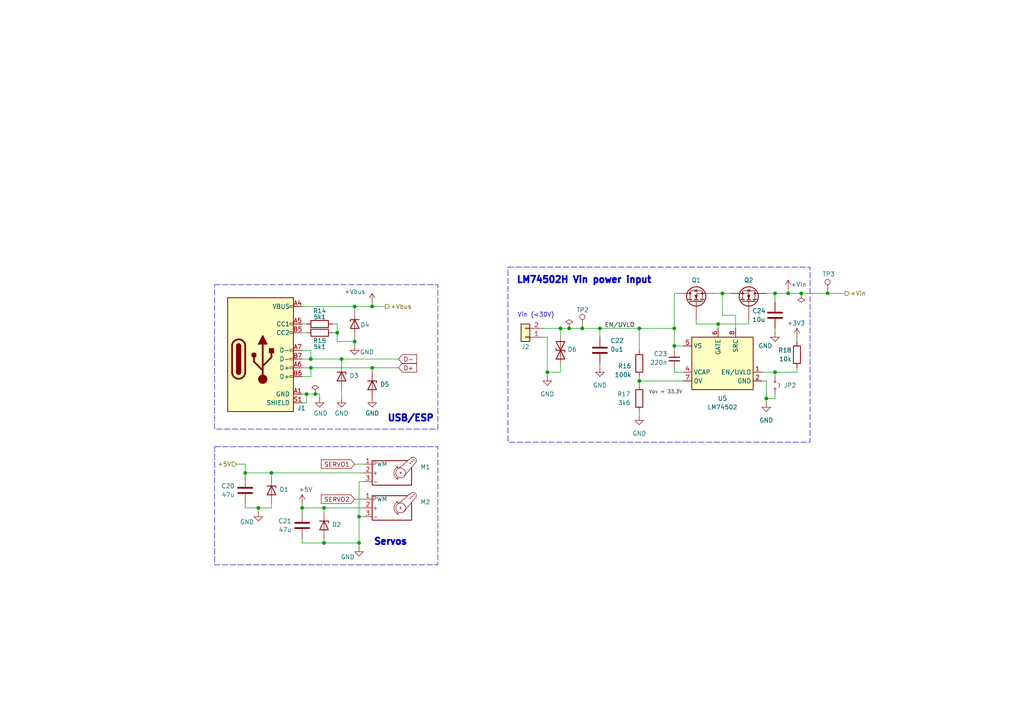
<source format=kicad_sch>
(kicad_sch (version 20250114) (generator "eeschema") (generator_version "9.0")
  (paper "A4")
  (title_block (title "Motor Power POC") (date "2025-11-30") (rev "01") (company "Rémi Ait-Younes"))
  (lib_symbols
    (symbol "Connector:TestPoint" (pin_numbers (hide yes)) (pin_names (offset 0.762) (hide yes))
      (property "Reference" "TP" (at 0 6.858 0))
      (property "Value" "TestPoint" (at 0 5.08 0))
      (symbol "TestPoint_0_1"
        (circle (center 0 3.302) (radius 0.762))
      )
      (symbol "TestPoint_1_1"
        (pin passive line (at 0 0 90) (length 2.54) (name "1") (number "1"))
      )
    )
    (symbol "Connector:USB_C_Receptacle_USB2.0_14P" (pin_names (offset 1.016))
      (property "Reference" "J4" (at 13.716 -14.224 0))
      (symbol "USB_C_Receptacle_USB2.0_14P_0_0"
        (rectangle (start 10.16 15.494) (end 9.144 14.986))
        (rectangle (start 10.16 10.414) (end 9.144 9.906))
        (rectangle (start 10.16 7.874) (end 9.144 7.366))
        (rectangle (start 10.16 2.794) (end 9.144 2.286))
        (rectangle (start 10.16 0.254) (end 9.144 -0.254))
        (rectangle (start 10.16 -2.286) (end 9.144 -2.794))
        (rectangle (start 10.16 -4.826) (end 9.144 -5.334))
      )
      (symbol "USB_C_Receptacle_USB2.0_14P_0_1"
        (rectangle (start -8.89 17.78) (end 10.16 -15.24) (stroke (width 0.254)) (fill (type background)))
        (polyline (pts (xy -7.62 -3.81) (xy -7.62 3.81)) (stroke (width 0.508)))
        (rectangle (start -6.35 -3.81) (end -5.08 3.81) (stroke (width 0.254)) (fill (type outline)))
        (arc (start -6.35 3.81) (mid -5.715 4.4423) (end -5.08 3.81) (stroke (width 0.254)))
        (arc (start -6.35 3.81) (mid -5.715 4.4423) (end -5.08 3.81) (stroke (width 0.254)) (fill (type outline)))
        (arc (start -7.62 3.81) (mid -5.715 5.7067) (end -3.81 3.81) (stroke (width 0.508)))
        (arc (start -3.81 -3.81) (mid -5.715 -5.7067) (end -7.62 -3.81) (stroke (width 0.508)))
        (arc (start -5.08 -3.81) (mid -5.715 -4.4423) (end -6.35 -3.81) (stroke (width 0.254)))
        (arc (start -5.08 -3.81) (mid -5.715 -4.4423) (end -6.35 -3.81) (stroke (width 0.254)) (fill (type outline)))
        (polyline (pts (xy -3.81 3.81) (xy -3.81 -3.81)) (stroke (width 0.508)))
        (circle (center -1.27 1.143) (radius 0.635) (stroke (width 0.254)) (fill (type outline)))
        (polyline (pts (xy 0 4.318) (xy 1.27 6.858) (xy 2.54 4.318) (xy 0 4.318)) (stroke (width 0.254)) (fill (type outline)))
        (polyline (pts (xy 1.27 -2.032) (xy 3.81 0.508) (xy 3.81 1.778)) (stroke (width 0.508)))
        (polyline (pts (xy 1.27 -3.302) (xy -1.27 -0.762) (xy -1.27 0.508)) (stroke (width 0.508)))
        (polyline (pts (xy 1.27 -5.842) (xy 1.27 4.318)) (stroke (width 0.508)))
        (circle (center 1.27 -5.842) (radius 1.27) (fill (type outline)))
        (rectangle (start 3.175 1.778) (end 4.445 3.048) (stroke (width 0.254)) (fill (type outline)))
      )
      (symbol "USB_C_Receptacle_USB2.0_14P_1_1"
        (pin power_out line (at 12.7 15.24 180) (length 2.54) (name "VBUS") (number "A4"))
        (pin passive line (at 12.7 15.24 180) (length 2.54) (hide yes) (name "VBUS") (number "A9"))
        (pin passive line (at 12.7 15.24 180) (length 2.54) (hide yes) (name "VBUS") (number "B4"))
        (pin passive line (at 12.7 15.24 180) (length 2.54) (hide yes) (name "VBUS") (number "B9"))
        (pin bidirectional line (at 12.7 10.16 180) (length 2.54) (name "CC1") (number "A5"))
        (pin bidirectional line (at 12.7 7.62 180) (length 2.54) (name "CC2") (number "B5"))
        (pin bidirectional line (at 12.7 2.54 180) (length 2.54) (name "D-") (number "A7"))
        (pin bidirectional line (at 12.7 0 180) (length 2.54) (name "D-") (number "B7"))
        (pin bidirectional line (at 12.7 -2.54 180) (length 2.54) (name "D+") (number "A6"))
        (pin bidirectional line (at 12.7 -5.08 180) (length 2.54) (name "D+") (number "B6"))
        (pin passive line (at 12.7 -10.16 180) (length 2.54) (name "GND") (number "A1"))
        (pin passive line (at 12.7 -10.16 180) (length 2.54) (hide yes) (name "GND") (number "A12"))
        (pin passive line (at 12.7 -10.16 180) (length 2.54) (hide yes) (name "GND") (number "B1"))
        (pin passive line (at 12.7 -10.16 180) (length 2.54) (hide yes) (name "GND") (number "B12"))
        (pin passive line (at 12.7 -12.7 180) (length 2.54) (name "SHIELD") (number "S1"))
      )
    )
    (symbol "Connector_Generic:Conn_01x02" (pin_names (offset 1.016) (hide yes))
      (property "Reference" "J" (at 0 2.54 0))
      (property "Value" "Conn_01x02" (at 0 -5.08 0))
      (symbol "Conn_01x02_1_1"
        (rectangle (start -1.27 1.27) (end 1.27 -3.81) (stroke (width 0.254)) (fill (type background)))
        (rectangle (start -1.27 0.127) (end 0 -0.127) (stroke (width 0.1524)))
        (rectangle (start -1.27 -2.413) (end 0 -2.667) (stroke (width 0.1524)))
        (pin passive line (at -5.08 0 0) (length 3.81) (name "Pin_1") (number "1"))
        (pin passive line (at -5.08 -2.54 0) (length 3.81) (name "Pin_2") (number "2"))
      )
    )
    (symbol "Device:C" (pin_numbers (hide yes)) (pin_names (offset 0.254))
      (property "Reference" "C" (at 0.635 2.54 0))
      (property "Value" "C" (at 0.635 -2.54 0))
      (symbol "C_0_1"
        (polyline (pts (xy -2.032 0.762) (xy 2.032 0.762)) (stroke (width 0.508)))
        (polyline (pts (xy -2.032 -0.762) (xy 2.032 -0.762)) (stroke (width 0.508)))
      )
      (symbol "C_1_1"
        (pin passive line (at 0 3.81 270) (length 2.794) (name "~") (number "1"))
        (pin passive line (at 0 -3.81 90) (length 2.794) (name "~") (number "2"))
      )
    )
    (symbol "Device:C_Small" (pin_numbers (hide yes)) (pin_names (offset 0.254) (hide yes))
      (property "Reference" "C" (at 0.254 1.778 0))
      (property "Value" "C_Small" (at 0.254 -2.032 0))
      (symbol "C_Small_0_1"
        (polyline (pts (xy -1.524 0.508) (xy 1.524 0.508)) (stroke (width 0.3048)))
        (polyline (pts (xy -1.524 -0.508) (xy 1.524 -0.508)) (stroke (width 0.3302)))
      )
      (symbol "C_Small_1_1"
        (pin passive line (at 0 2.54 270) (length 2.032) (name "~") (number "1"))
        (pin passive line (at 0 -2.54 90) (length 2.032) (name "~") (number "2"))
      )
    )
    (symbol "Device:D_TVS" (pin_numbers (hide yes)) (pin_names (offset 1.016) (hide yes))
      (property "Reference" "D" (at 0 2.54 0))
      (property "Value" "D_TVS" (at 0 -2.54 0))
      (symbol "D_TVS_0_1"
        (polyline (pts (xy -2.54 1.27) (xy -2.54 -1.27) (xy 2.54 1.27) (xy 2.54 -1.27) (xy -2.54 1.27)) (stroke (width 0.254)))
        (polyline (pts (xy 0.508 1.27) (xy 0 1.27) (xy 0 -1.27) (xy -0.508 -1.27)) (stroke (width 0.254)))
        (polyline (pts (xy 1.27 0) (xy -1.27 0)))
      )
      (symbol "D_TVS_1_1"
        (pin passive line (at -3.81 0 0) (length 2.54) (name "A1") (number "1"))
        (pin passive line (at 3.81 0 180) (length 2.54) (name "A2") (number "2"))
      )
    )
    (symbol "Device:Q_NMOS" (pin_numbers (hide yes)) (pin_names (offset 0) (hide yes))
      (property "Reference" "Q" (at 5.08 1.27 0))
      (property "Value" "Q_NMOS" (at 5.08 -1.27 0))
      (symbol "Q_NMOS_0_1"
        (polyline (pts (xy 0.254 1.905) (xy 0.254 -1.905)) (stroke (width 0.254)))
        (polyline (pts (xy 0.254 0) (xy -2.54 0)))
        (polyline (pts (xy 0.762 2.286) (xy 0.762 1.27)) (stroke (width 0.254)))
        (polyline (pts (xy 0.762 0.508) (xy 0.762 -0.508)) (stroke (width 0.254)))
        (polyline (pts (xy 0.762 -1.27) (xy 0.762 -2.286)) (stroke (width 0.254)))
        (polyline (pts (xy 0.762 -1.778) (xy 3.302 -1.778) (xy 3.302 1.778) (xy 0.762 1.778)))
        (polyline (pts (xy 1.016 0) (xy 2.032 0.381) (xy 2.032 -0.381) (xy 1.016 0)) (fill (type outline)))
        (circle (center 1.651 0) (radius 2.794) (stroke (width 0.254)))
        (polyline (pts (xy 2.54 2.54) (xy 2.54 1.778)))
        (circle (center 2.54 1.778) (radius 0.254) (fill (type outline)))
        (circle (center 2.54 -1.778) (radius 0.254) (fill (type outline)))
        (polyline (pts (xy 2.54 -2.54) (xy 2.54 0) (xy 0.762 0)))
        (polyline (pts (xy 2.921 0.381) (xy 3.683 0.381)))
        (polyline (pts (xy 3.302 0.381) (xy 2.921 -0.254) (xy 3.683 -0.254) (xy 3.302 0.381)))
      )
      (symbol "Q_NMOS_1_1"
        (pin input line (at -5.08 0 0) (length 2.54) (name "G") (number "G"))
        (pin passive line (at 2.54 5.08 270) (length 2.54) (name "D") (number "D"))
        (pin passive line (at 2.54 -5.08 90) (length 2.54) (name "S") (number "S"))
      )
    )
    (symbol "Device:R" (pin_numbers (hide yes)) (pin_names (offset 0))
      (property "Reference" "R" (at 2.032 0 90))
      (property "Value" "R" (at 0 0 90))
      (symbol "R_0_1"
        (rectangle (start -1.016 -2.54) (end 1.016 2.54) (stroke (width 0.254)))
      )
      (symbol "R_1_1"
        (pin passive line (at 0 3.81 270) (length 1.27) (name "~") (number "1"))
        (pin passive line (at 0 -3.81 90) (length 1.27) (name "~") (number "2"))
      )
    )
    (symbol "GLCS:H5VU10U" (pin_numbers (hide yes)) (pin_names (hide yes))
      (property "Reference" "D" (at 0 2.54 0))
      (property "Value" "H5VU10U" (at 0 -2.54 0))
      (symbol "H5VU10U_0_1"
        (polyline (pts (xy -1.27 -1.27) (xy -1.27 1.27) (xy -0.762 1.27)) (stroke (width 0.254)))
        (polyline (pts (xy 1.27 0) (xy -1.27 0)))
        (polyline (pts (xy 1.27 -1.27) (xy 1.27 1.27) (xy -1.27 0) (xy 1.27 -1.27)) (stroke (width 0.254)))
      )
      (symbol "H5VU10U_1_1"
        (pin passive line (at -3.81 0 0) (length 2.54) (name "K") (number "1"))
        (pin passive line (at 3.81 0 180) (length 2.54) (name "A") (number "2"))
      )
    )
    (symbol "GLCS:LM74502"
      (property "Reference" "U" (at -8.255 -8.89 0))
      (property "Value" "LM74502" (at 8.89 -8.89 0))
      (symbol "LM74502_0_1"
        (rectangle (start -8.89 7.62) (end 8.89 -7.62) (stroke (width 0.254)) (fill (type background)))
      )
      (symbol "LM74502_1_1"
        (pin power_in line (at -11.43 5.08 0) (length 2.54) (name "VS") (number "5"))
        (pin power_out line (at -11.43 -2.54 0) (length 2.54) (name "VCAP") (number "4"))
        (pin input line (at -11.43 -5.08 0) (length 2.54) (name "OV") (number "7"))
        (pin output line (at -1.27 10.16 270) (length 2.54) (name "GATE") (number "6"))
        (pin input line (at 3.81 10.16 270) (length 2.54) (name "SRC") (number "8"))
        (pin input line (at 11.43 -2.54 180) (length 2.54) (name "EN/UVLO") (number "1"))
        (pin power_in line (at 11.43 -5.08 180) (length 2.54) (name "GND") (number "2"))
      )
    )
    (symbol "Jumper:Jumper_2_Small_Open" (pin_numbers (hide yes)) (pin_names (offset 0) (hide yes))
      (property "Reference" "JP" (at 0 2.794 0))
      (property "Value" "Jumper_2_Small_Open" (at 0 -2.286 0))
      (symbol "Jumper_2_Small_Open_0_0"
        (circle (center -1.016 0) (radius 0.254))
        (circle (center 1.016 0) (radius 0.254))
      )
      (symbol "Jumper_2_Small_Open_0_1"
        (arc (start -0.762 1.0196) (mid 0 1.2729) (end 0.762 1.0196))
      )
      (symbol "Jumper_2_Small_Open_1_1"
        (pin passive line (at -2.54 0 0) (length 1.27) (name "A") (number "1"))
        (pin passive line (at 2.54 0 180) (length 1.27) (name "B") (number "2"))
      )
    )
    (symbol "Motor:Motor_Servo" (pin_names (offset 0.0254))
      (property "Reference" "M" (at -5.08 4.445 0))
      (property "Value" "Motor_Servo" (at -5.08 -4.064 0))
      (symbol "Motor_Servo_0_1"
        (polyline (pts (xy 2.413 1.778) (xy 1.905 1.778)))
        (polyline (pts (xy 2.413 1.778) (xy 2.286 1.397)))
        (polyline (pts (xy 2.413 -1.778) (xy 2.032 -1.778)))
        (polyline (pts (xy 2.413 -1.778) (xy 2.286 -1.397)))
        (arc (start 2.413 -1.778) (mid 1.2406 0) (end 2.413 1.778))
        (circle (center 3.175 0) (radius 0.1778))
        (circle (center 3.175 0) (radius 1.4224))
        (polyline (pts (xy 5.08 3.556) (xy -5.08 3.556) (xy -5.08 -3.556) (xy 6.35 -3.556) (xy 6.35 1.524)) (stroke (width 0.254)))
        (circle (center 5.969 2.794) (radius 0.127))
        (polyline (pts (xy 6.35 4.445) (xy 2.54 1.27)))
        (circle (center 6.477 3.302) (radius 0.127))
        (arc (start 6.35 4.445) (mid 7.4487 4.2737) (end 7.62 3.175))
        (circle (center 6.985 3.81) (radius 0.127))
        (polyline (pts (xy 7.62 3.175) (xy 4.191 -1.016)))
      )
      (symbol "Motor_Servo_1_1"
        (pin passive line (at -7.62 2.54 0) (length 2.54) (name "PWM") (number "1"))
        (pin passive line (at -7.62 0 0) (length 2.54) (name "+") (number "2"))
        (pin passive line (at -7.62 -2.54 0) (length 2.54) (name "-") (number "3"))
      )
    )
    (symbol "power:+3V3" (power) (pin_numbers (hide yes)) (pin_names (offset 0) (hide yes))
      (property "Value" "+3V3" (at 0 3.556 0))
      (symbol "+3V3_0_1"
        (polyline (pts (xy -0.762 1.27) (xy 0 2.54)))
        (polyline (pts (xy 0 2.54) (xy 0.762 1.27)))
        (polyline (pts (xy 0 0) (xy 0 2.54)))
      )
      (symbol "+3V3_1_1"
        (pin power_in line (at 0 0 90) (length 0) (name "~") (number "1"))
      )
    )
    (symbol "power:+5V" (power) (pin_numbers (hide yes)) (pin_names (offset 0) (hide yes))
      (property "Value" "+5V" (at 0 3.556 0))
      (symbol "+5V_0_1"
        (polyline (pts (xy -0.762 1.27) (xy 0 2.54)))
        (polyline (pts (xy 0 2.54) (xy 0.762 1.27)))
        (polyline (pts (xy 0 0) (xy 0 2.54)))
      )
      (symbol "+5V_1_1"
        (pin power_in line (at 0 0 90) (length 0) (name "~") (number "1"))
      )
    )
    (symbol "power:GND" (power) (pin_numbers (hide yes)) (pin_names (offset 0) (hide yes))
      (property "Value" "GND" (at 0 -3.81 0))
      (symbol "GND_0_1"
        (polyline (pts (xy 0 0) (xy 0 -1.27) (xy 1.27 -1.27) (xy 0 -2.54) (xy -1.27 -1.27) (xy 0 -1.27)))
      )
      (symbol "GND_1_1"
        (pin power_in line (at 0 0 270) (length 0) (name "~") (number "1"))
      )
    )
    (symbol "power:PWR_FLAG" (power) (pin_numbers (hide yes)) (pin_names (offset 0) (hide yes))
      (property "Value" "PWR_FLAG" (at 0 3.81 0))
      (symbol "PWR_FLAG_0_0"
        (pin power_out line (at 0 0 90) (length 0) (name "~") (number "1"))
      )
      (symbol "PWR_FLAG_0_1"
        (polyline (pts (xy 0 0) (xy 0 1.27) (xy -1.016 1.905) (xy 0 2.54) (xy 1.016 1.905) (xy 0 1.27)))
      )
    )
    (symbol "power:VBUS" (power) (pin_numbers (hide yes)) (pin_names (offset 0) (hide yes))
      (property "Value" "VBUS" (at 0 3.556 0))
      (symbol "VBUS_0_1"
        (polyline (pts (xy -0.762 1.27) (xy 0 2.54)))
        (polyline (pts (xy 0 2.54) (xy 0.762 1.27)))
        (polyline (pts (xy 0 0) (xy 0 2.54)))
      )
      (symbol "VBUS_1_1"
        (pin power_in line (at 0 0 90) (length 0) (name "~") (number "1"))
      )
    )
    (symbol "power:VCC" (power) (pin_numbers (hide yes)) (pin_names (offset 0) (hide yes))
      (property "Value" "VCC" (at 0 3.556 0))
      (symbol "VCC_0_1"
        (polyline (pts (xy -0.762 1.27) (xy 0 2.54)))
        (polyline (pts (xy 0 2.54) (xy 0.762 1.27)))
        (polyline (pts (xy 0 0) (xy 0 2.54)))
      )
      (symbol "VCC_1_1"
        (pin power_in line (at 0 0 90) (length 0) (name "~") (number "1"))
      )
    )
  )
  (rectangle (start 147.32 77.47) (end 234.95 128.27) (stroke (width 0) (type dash)))
  (rectangle (start 62.23 82.55) (end 127 124.46) (stroke (width 0) (type dash)))
  (rectangle (start 62.23 129.54) (end 127 163.83) (stroke (width 0) (type dash)))
  (text "Vin (<30V)" (at 155.448 91.44 0) (effects (font (size 1.27 1.27))))
  (text "Vov = 33.3V" (at 193.04 113.792 0) (effects (font (size 1.016 1.016))))
  (text "LM74502H Vin power input" (at 169.418 81.28 0) (effects (font (size 1.905 1.905) (thickness 0.508) (bold yes))))
  (text "USB/ESP" (at 119.126 121.412 0) (effects (font (size 1.905 1.905) (thickness 0.508) (bold yes))))
  (text "Servos" (at 113.284 157.226 0) (effects (font (size 1.905 1.905) (thickness 0.508) (bold yes))))
  (junction (at 185.42 110.49))
  (junction (at 224.79 107.95))
  (junction (at 90.17 104.14))
  (junction (at 158.75 107.95))
  (junction (at 97.79 96.52))
  (junction (at 104.14 157.48))
  (junction (at 224.79 85.09))
  (junction (at 87.63 147.32))
  (junction (at 99.06 104.14))
  (junction (at 162.56 95.25))
  (junction (at 91.44 114.3))
  (junction (at 104.14 149.86))
  (junction (at 208.28 93.98))
  (junction (at 232.41 85.09))
  (junction (at 240.03 85.09))
  (junction (at 93.98 147.32))
  (junction (at 90.17 106.68))
  (junction (at 195.58 95.25))
  (junction (at 107.95 106.68))
  (junction (at 107.95 88.9))
  (junction (at 222.25 115.57))
  (junction (at 173.99 95.25))
  (junction (at 228.6 85.09))
  (junction (at 102.87 88.9))
  (junction (at 185.42 95.25))
  (junction (at 168.91 95.25))
  (junction (at 93.98 157.48))
  (junction (at 74.93 147.32))
  (junction (at 209.55 85.09))
  (junction (at 195.58 100.33))
  (junction (at 71.12 137.16))
  (junction (at 88.9 114.3))
  (junction (at 102.87 99.06))
  (junction (at 78.74 137.16))
  (junction (at 165.1 95.25))
  (wire (pts (xy 107.95 87.63) (xy 107.95 88.9)))
  (wire (pts (xy 228.6 83.82) (xy 228.6 85.09)))
  (wire (pts (xy 107.95 88.9) (xy 102.87 88.9)))
  (wire (pts (xy 88.9 116.84) (xy 87.63 116.84)))
  (wire (pts (xy 220.98 110.49) (xy 222.25 110.49)))
  (wire (pts (xy 185.42 95.25) (xy 185.42 101.6)))
  (wire (pts (xy 102.87 88.9) (xy 102.87 90.17)))
  (wire (pts (xy 157.48 95.25) (xy 162.56 95.25)))
  (wire (pts (xy 90.17 109.22) (xy 90.17 106.68)))
  (wire (pts (xy 173.99 95.25) (xy 185.42 95.25)))
  (wire (pts (xy 222.25 116.84) (xy 222.25 115.57)))
  (wire (pts (xy 173.99 105.41) (xy 173.99 106.68)))
  (wire (pts (xy 185.42 110.49) (xy 185.42 109.22)))
  (wire (pts (xy 158.75 97.79) (xy 157.48 97.79)))
  (wire (pts (xy 162.56 105.41) (xy 162.56 107.95)))
  (wire (pts (xy 97.79 99.06) (xy 102.87 99.06)))
  (wire (pts (xy 231.14 106.68) (xy 231.14 107.95)))
  (wire (pts (xy 220.98 107.95) (xy 224.79 107.95)))
  (wire (pts (xy 185.42 119.38) (xy 185.42 120.65)))
  (wire (pts (xy 213.36 91.44) (xy 209.55 91.44)))
  (wire (pts (xy 104.14 139.7) (xy 104.14 149.86)))
  (wire (pts (xy 90.17 104.14) (xy 87.63 104.14)))
  (wire (pts (xy 158.75 97.79) (xy 158.75 107.95)))
  (wire (pts (xy 97.79 93.98) (xy 97.79 96.52)))
  (wire (pts (xy 162.56 95.25) (xy 162.56 97.79)))
  (wire (pts (xy 224.79 114.3) (xy 224.79 115.57)))
  (wire (pts (xy 240.03 85.09) (xy 245.11 85.09)))
  (wire (pts (xy 162.56 107.95) (xy 158.75 107.95)))
  (wire (pts (xy 97.79 96.52) (xy 96.52 96.52)))
  (wire (pts (xy 209.55 85.09) (xy 212.09 85.09)))
  (wire (pts (xy 104.14 149.86) (xy 104.14 157.48)))
  (wire (pts (xy 217.17 93.98) (xy 217.17 92.71)))
  (wire (pts (xy 93.98 147.32) (xy 87.63 147.32)))
  (wire (pts (xy 87.63 101.6) (xy 90.17 101.6)))
  (wire (pts (xy 87.63 146.05) (xy 87.63 147.32)))
  (wire (pts (xy 71.12 147.32) (xy 74.93 147.32)))
  (wire (pts (xy 104.14 149.86) (xy 105.41 149.86)))
  (wire (pts (xy 224.79 85.09) (xy 222.25 85.09)))
  (wire (pts (xy 107.95 88.9) (xy 111.76 88.9)))
  (wire (pts (xy 88.9 114.3) (xy 91.44 114.3)))
  (wire (pts (xy 232.41 85.09) (xy 240.03 85.09)))
  (wire (pts (xy 90.17 106.68) (xy 107.95 106.68)))
  (wire (pts (xy 165.1 95.25) (xy 168.91 95.25)))
  (wire (pts (xy 102.87 100.33) (xy 102.87 99.06)))
  (wire (pts (xy 78.74 146.05) (xy 78.74 147.32)))
  (wire (pts (xy 88.9 96.52) (xy 87.63 96.52)))
  (wire (pts (xy 99.06 104.14) (xy 99.06 105.41)))
  (wire (pts (xy 78.74 137.16) (xy 78.74 138.43)))
  (wire (pts (xy 104.14 157.48) (xy 104.14 158.75)))
  (wire (pts (xy 198.12 100.33) (xy 195.58 100.33)))
  (wire (pts (xy 222.25 115.57) (xy 224.79 115.57)))
  (wire (pts (xy 93.98 147.32) (xy 93.98 148.59)))
  (wire (pts (xy 224.79 95.25) (xy 224.79 96.52)))
  (wire (pts (xy 208.28 93.98) (xy 217.17 93.98)))
  (wire (pts (xy 102.87 144.78) (xy 105.41 144.78)))
  (wire (pts (xy 71.12 147.32) (xy 71.12 146.05)))
  (wire (pts (xy 195.58 95.25) (xy 195.58 100.33)))
  (wire (pts (xy 201.93 93.98) (xy 201.93 92.71)))
  (wire (pts (xy 97.79 99.06) (xy 97.79 96.52)))
  (wire (pts (xy 105.41 139.7) (xy 104.14 139.7)))
  (wire (pts (xy 71.12 137.16) (xy 71.12 138.43)))
  (wire (pts (xy 105.41 147.32) (xy 93.98 147.32)))
  (wire (pts (xy 74.93 148.59) (xy 74.93 147.32)))
  (wire (pts (xy 102.87 134.62) (xy 105.41 134.62)))
  (wire (pts (xy 222.25 115.57) (xy 222.25 110.49)))
  (wire (pts (xy 162.56 95.25) (xy 165.1 95.25)))
  (wire (pts (xy 78.74 137.16) (xy 105.41 137.16)))
  (wire (pts (xy 88.9 114.3) (xy 87.63 114.3)))
  (wire (pts (xy 93.98 156.21) (xy 93.98 157.48)))
  (wire (pts (xy 195.58 100.33) (xy 195.58 101.6)))
  (wire (pts (xy 228.6 85.09) (xy 232.41 85.09)))
  (wire (pts (xy 99.06 104.14) (xy 115.57 104.14)))
  (wire (pts (xy 198.12 110.49) (xy 185.42 110.49)))
  (wire (pts (xy 173.99 95.25) (xy 173.99 97.79)))
  (wire (pts (xy 213.36 91.44) (xy 213.36 95.25)))
  (wire (pts (xy 87.63 147.32) (xy 87.63 148.59)))
  (wire (pts (xy 91.44 114.3) (xy 92.71 114.3)))
  (wire (pts (xy 87.63 156.21) (xy 87.63 157.48)))
  (wire (pts (xy 224.79 87.63) (xy 224.79 85.09)))
  (wire (pts (xy 207.01 85.09) (xy 209.55 85.09)))
  (wire (pts (xy 88.9 114.3) (xy 88.9 116.84)))
  (wire (pts (xy 224.79 107.95) (xy 231.14 107.95)))
  (wire (pts (xy 228.6 85.09) (xy 224.79 85.09)))
  (wire (pts (xy 87.63 88.9) (xy 102.87 88.9)))
  (wire (pts (xy 71.12 137.16) (xy 78.74 137.16)))
  (wire (pts (xy 107.95 106.68) (xy 107.95 107.95)))
  (wire (pts (xy 209.55 91.44) (xy 209.55 85.09)))
  (wire (pts (xy 74.93 147.32) (xy 78.74 147.32)))
  (wire (pts (xy 90.17 101.6) (xy 90.17 104.14)))
  (wire (pts (xy 224.79 107.95) (xy 224.79 109.22)))
  (wire (pts (xy 198.12 107.95) (xy 195.58 107.95)))
  (wire (pts (xy 158.75 109.22) (xy 158.75 107.95)))
  (wire (pts (xy 71.12 137.16) (xy 71.12 134.62)))
  (wire (pts (xy 185.42 110.49) (xy 185.42 111.76)))
  (wire (pts (xy 168.91 95.25) (xy 173.99 95.25)))
  (wire (pts (xy 90.17 106.68) (xy 87.63 106.68)))
  (wire (pts (xy 87.63 109.22) (xy 90.17 109.22)))
  (wire (pts (xy 195.58 107.95) (xy 195.58 106.68)))
  (wire (pts (xy 97.79 93.98) (xy 96.52 93.98)))
  (wire (pts (xy 231.14 97.79) (xy 231.14 99.06)))
  (wire (pts (xy 87.63 157.48) (xy 93.98 157.48)))
  (wire (pts (xy 93.98 157.48) (xy 104.14 157.48)))
  (wire (pts (xy 195.58 95.25) (xy 195.58 85.09)))
  (wire (pts (xy 99.06 113.03) (xy 99.06 115.57)))
  (wire (pts (xy 107.95 106.68) (xy 115.57 106.68)))
  (wire (pts (xy 88.9 93.98) (xy 87.63 93.98)))
  (wire (pts (xy 208.28 93.98) (xy 208.28 95.25)))
  (wire (pts (xy 185.42 95.25) (xy 195.58 95.25)))
  (wire (pts (xy 92.71 114.3) (xy 92.71 115.57)))
  (wire (pts (xy 195.58 85.09) (xy 196.85 85.09)))
  (wire (pts (xy 90.17 104.14) (xy 99.06 104.14)))
  (wire (pts (xy 68.58 134.62) (xy 71.12 134.62)))
  (wire (pts (xy 208.28 93.98) (xy 201.93 93.98)))
  (wire (pts (xy 102.87 97.79) (xy 102.87 99.06)))
  (label "EN/UVLO" (at 184.15 95.25 180))
  (global_label "D-" (shape input) (at 115.57 104.14 0) (property "Intersheetrefs" "${INTERSHEET_REFS}" (effects (hide yes))))
  (global_label "SERVO2" (shape input) (at 102.87 144.78 180) (property "Intersheetrefs" "${INTERSHEET_REFS}" (effects (hide yes))))
  (global_label "SERVO1" (shape input) (at 102.87 134.62 180) (property "Intersheetrefs" "${INTERSHEET_REFS}" (effects (hide yes))))
  (global_label "D+" (shape input) (at 115.57 106.68 0) (property "Intersheetrefs" "${INTERSHEET_REFS}" (effects (hide yes))))
  (hierarchical_label "+Vbus" (shape output) (at 111.76 88.9 0))
  (hierarchical_label "+Vin" (shape output) (at 245.11 85.09 0))
  (hierarchical_label "+5V" (shape input) (at 68.58 134.62 180))
  (symbol (lib_id "Connector:USB_C_Receptacle_USB2.0_14P") (at 74.93 104.14 0) (unit 1)
    (property "Reference" "J1" (at 88.646 118.364 0) (effects (justify right)))
    (property "Value" "USB_C_Receptacle_USB2.0_14P" (effects (hide yes)))
    (property "Footprint" "Connector_USB:USB_C_Receptacle_HRO_TYPE-C-31-M-12" (effects (hide yes)))
    (property "Datasheet" "https://www.usb.org/sites/default/files/documents/usb_type-c.zip" (effects (hide yes)))
    (property "Description" "USB 2.0-only 14P Type-C Receptacle connector" (effects (hide yes)))
    (property "Manufacturer" "Shou HAN" (effects (hide yes)))
    (property "Manufacturer Part Number" "TYPE-C16PIN" (effects (hide yes)))
    (property "Basic" "X" (effects (hide yes)))
    (property "JLCPCB Part #" "C393939" (effects (hide yes)))
  )
  (symbol (lib_id "power:GND") (at 92.71 115.57 0) (mirror y) (unit 1)
    (property "Reference" "#PWR033" (effects (hide yes)))
    (property "Value" "GND" (at 90.932 119.888 0) (effects (justify right)))
    (property "Description" "Power symbol creates a global label with name \"GND\" , ground" (effects (hide yes)))
  )
  (symbol (lib_id "Device:R") (at 92.71 96.52 270) (mirror x) (unit 1)
    (property "Reference" "R15" (at 92.71 98.806 90))
    (property "Value" "5k1" (at 92.71 100.584 90))
    (property "Footprint" "Resistor_SMD:R_0402_1005Metric" (effects (hide yes)))
    (property "Description" "Resistor" (effects (hide yes)))
    (property "Manufacturer" "Uniroyal Elec" (effects (hide yes)))
    (property "Manufacturer Part Number" "0402WGF5101TCE" (effects (hide yes)))
    (property "Basic" "Y" (effects (hide yes)))
    (property "JLCPCB Part #" "C25905" (effects (hide yes)))
  )
  (symbol (lib_id "power:PWR_FLAG") (at 232.41 85.09 180) (unit 1)
    (property "Reference" "#FLG07" (effects (hide yes)))
    (property "Value" "PWR_FLAG" (effects (hide yes)))
    (property "Description" "Special symbol for telling ERC where power comes from" (effects (hide yes)))
  )
  (symbol (lib_id "Device:D_TVS") (at 162.56 101.6 90) (unit 1)
    (property "Reference" "D6" (at 164.592 101.346 90) (effects (justify right)))
    (property "Value" "D_TVS" (effects (hide yes)))
    (property "Footprint" "Diode_SMD:D_SMB" (effects (hide yes)))
    (property "Description" "Bidirectional transient-voltage-suppression diode" (effects (hide yes)))
    (property "Basic" "E" (effects (hide yes)))
    (property "JLCPCB Part #" "C2925441" (effects (hide yes)))
    (property "Manufacturer" "Liown" (effects (hide yes)))
    (property "Manufacturer Part Number" "SMBJ30CA" (effects (hide yes)))
  )
  (symbol (lib_id "Device:C") (at 71.12 142.24 0) (mirror y) (unit 1)
    (property "Reference" "C20" (at 68.072 140.97 0) (effects (justify left)))
    (property "Value" "47u" (at 68.072 143.51 0) (effects (justify left)))
    (property "Footprint" "Capacitor_SMD:C_1206_3216Metric" (effects (hide yes)))
    (property "Description" "Unpolarized capacitor" (effects (hide yes)))
  )
  (symbol (lib_id "GLCS:H5VU10U") (at 107.95 111.76 270) (unit 1)
    (property "Reference" "D5" (at 110.236 111.506 90) (effects (justify left)))
    (property "Value" "H5VU10U" (effects (hide yes)))
    (property "Footprint" "GLCS:Diode_DFN1006" (effects (hide yes)))
    (property "Datasheet" "https://datasheet.lcsc.com/lcsc/2504101957_hongjiacheng-H5VU10U_C22395519.pdf" (effects (hide yes)))
    (property "Description" "-55℃~+155℃ 0.8pF 16V 200nA 55W@8/20us 5A@8/20us 5V 6V ESD IEC 61000-4-2 Unidirectional DFN1006-2L ESD and Surge Protection (TVS/ESD) ROHS" (effects (hide yes)))
    (property "Basic" "E" (effects (hide yes)))
    (property "JLCPCB Part #" "C22395519" (effects (hide yes)))
    (property "Manufacturer" "hongjiacheng" (effects (hide yes)))
    (property "Manufacturer Part Number" "H5VU10U" (effects (hide yes)))
  )
  (symbol (lib_id "GLCS:H5VU10U") (at 99.06 109.22 270) (unit 1)
    (property "Reference" "D3" (at 101.346 108.966 90) (effects (justify left)))
    (property "Value" "H5VU10U" (effects (hide yes)))
    (property "Footprint" "GLCS:Diode_DFN1006" (effects (hide yes)))
    (property "Datasheet" "https://datasheet.lcsc.com/lcsc/2504101957_hongjiacheng-H5VU10U_C22395519.pdf" (effects (hide yes)))
    (property "Description" "-55℃~+155℃ 0.8pF 16V 200nA 55W@8/20us 5A@8/20us 5V 6V ESD IEC 61000-4-2 Unidirectional DFN1006-2L ESD and Surge Protection (TVS/ESD) ROHS" (effects (hide yes)))
    (property "Basic" "E" (effects (hide yes)))
    (property "JLCPCB Part #" "C22395519" (effects (hide yes)))
    (property "Manufacturer" "hongjiacheng" (effects (hide yes)))
    (property "Manufacturer Part Number" "H5VU10U" (effects (hide yes)))
  )
  (symbol (lib_id "Connector_Generic:Conn_01x02") (at 152.4 97.79 180) (unit 1)
    (property "Reference" "J2" (at 152.4 100.584 0))
    (property "Value" "Conn_01x02" (effects (hide yes)))
    (property "Description" "Generic connector, single row, 01x02, script generated (kicad-library-utils/schlib/autogen/connector/)" (effects (hide yes)))
  )
  (symbol (lib_id "power:GND") (at 185.42 120.65 0) (unit 1)
    (property "Reference" "#PWR041" (effects (hide yes)))
    (property "Value" "GND" (at 185.42 125.73 0))
    (property "Description" "Power symbol creates a global label with name \"GND\" , ground" (effects (hide yes)))
  )
  (symbol (lib_id "power:GND") (at 158.75 109.22 0) (unit 1)
    (property "Reference" "#PWR039" (effects (hide yes)))
    (property "Value" "GND" (at 158.75 114.3 0))
    (property "Description" "Power symbol creates a global label with name \"GND\" , ground" (effects (hide yes)))
  )
  (symbol (lib_id "power:GND") (at 222.25 116.84 0) (unit 1)
    (property "Reference" "#PWR042" (effects (hide yes)))
    (property "Value" "GND" (at 222.25 121.92 0))
    (property "Description" "Power symbol creates a global label with name \"GND\" , ground" (effects (hide yes)))
  )
  (symbol (lib_id "Jumper:Jumper_2_Small_Open") (at 224.79 111.76 270) (unit 1)
    (property "Reference" "JP2" (at 227.33 111.7599 90) (effects (justify left)))
    (property "Value" "Jumper_2_Small_Open" (effects (hide yes)))
    (property "Footprint" "Connector_PinHeader_2.54mm:PinHeader_1x02_P2.54mm_Vertical" (effects (hide yes)))
    (property "Description" "Jumper, 2-pole, small symbol, open" (effects (hide yes)))
  )
  (symbol (lib_id "Device:Q_NMOS") (at 217.17 87.63 270) (mirror x) (unit 1)
    (property "Reference" "Q2" (at 217.17 81.28 90))
    (property "Value" "Q_NMOS" (effects (hide yes)))
    (property "Footprint" "Package_SO:Vishay_PowerPAK_1212-8_Single" (effects (hide yes)))
    (property "Description" "N-MOSFET transistor" (effects (hide yes)))
  )
  (symbol (lib_id "power:GND") (at 107.95 115.57 0) (mirror y) (unit 1)
    (property "Reference" "#PWR038" (effects (hide yes)))
    (property "Value" "GND" (at 107.95 119.888 0))
    (property "Description" "Power symbol creates a global label with name \"GND\" , ground" (effects (hide yes)))
  )
  (symbol (lib_id "Device:R") (at 92.71 93.98 270) (mirror x) (unit 1)
    (property "Reference" "R14" (at 92.71 90.17 90))
    (property "Value" "5k1" (at 92.71 91.948 90))
    (property "Footprint" "Resistor_SMD:R_0402_1005Metric" (effects (hide yes)))
    (property "Description" "Resistor" (effects (hide yes)))
    (property "Manufacturer" "Uniroyal Elec" (effects (hide yes)))
    (property "Manufacturer Part Number" "0402WGF5101TCE" (effects (hide yes)))
    (property "Basic" "Y" (effects (hide yes)))
    (property "JLCPCB Part #" "C25905" (effects (hide yes)))
  )
  (symbol (lib_id "power:PWR_FLAG") (at 165.1 95.25 0) (unit 1)
    (property "Reference" "#FLG06" (effects (hide yes)))
    (property "Value" "PWR_FLAG" (effects (hide yes)))
    (property "Description" "Special symbol for telling ERC where power comes from" (effects (hide yes)))
  )
  (symbol (lib_id "power:GND") (at 102.87 100.33 0) (mirror y) (unit 1)
    (property "Reference" "#PWR035" (effects (hide yes)))
    (property "Value" "GND" (at 106.426 102.108 0))
    (property "Description" "Power symbol creates a global label with name \"GND\" , ground" (effects (hide yes)))
  )
  (symbol (lib_id "GLCS:H5VU10U") (at 78.74 142.24 270) (unit 1)
    (property "Reference" "D1" (at 81.026 141.986 90) (effects (justify left)))
    (property "Value" "H5VU10U" (effects (hide yes)))
    (property "Footprint" "GLCS:Diode_DFN1006" (effects (hide yes)))
    (property "Datasheet" "https://datasheet.lcsc.com/lcsc/2504101957_hongjiacheng-H5VU10U_C22395519.pdf" (effects (hide yes)))
    (property "Description" "-55℃~+155℃ 0.8pF 16V 200nA 55W@8/20us 5A@8/20us 5V 6V ESD IEC 61000-4-2 Unidirectional DFN1006-2L ESD and Surge Protection (TVS/ESD) ROHS" (effects (hide yes)))
    (property "Basic" "E" (effects (hide yes)))
    (property "JLCPCB Part #" "C22395519" (effects (hide yes)))
    (property "Manufacturer" "hongjiacheng" (effects (hide yes)))
    (property "Manufacturer Part Number" "H5VU10U" (effects (hide yes)))
  )
  (symbol (lib_id "power:PWR_FLAG") (at 91.44 114.3 0) (unit 1)
    (property "Reference" "#FLG02" (effects (hide yes)))
    (property "Value" "PWR_FLAG" (effects (hide yes)))
    (property "Description" "Special symbol for telling ERC where power comes from" (effects (hide yes)))
  )
  (symbol (lib_id "power:GND") (at 74.93 148.59 0) (unit 1)
    (property "Reference" "#PWR031" (effects (hide yes)))
    (property "Value" "GND" (at 71.628 151.384 0))
    (property "Description" "Power symbol creates a global label with name \"GND\" , ground" (effects (hide yes)))
  )
  (symbol (lib_id "Device:C_Small") (at 195.58 104.14 0) (mirror y) (unit 1)
    (property "Reference" "C23" (at 193.548 102.616 0) (effects (justify left)))
    (property "Value" "220n" (at 193.548 105.156 0) (effects (justify left)))
    (property "Footprint" "Capacitor_SMD:C_0402_1005Metric" (effects (hide yes)))
    (property "Description" "Unpolarized capacitor, small symbol" (effects (hide yes)))
  )
  (symbol (lib_id "Device:C") (at 173.99 101.6 0) (mirror y) (unit 1)
    (property "Reference" "C22" (at 177.038 98.806 0) (effects (justify right)))
    (property "Value" "0u1" (at 177.038 101.346 0) (effects (justify right)))
    (property "Footprint" "Capacitor_SMD:C_0402_1005Metric" (effects (hide yes)))
    (property "Description" "Unpolarized capacitor" (effects (hide yes)))
  )
  (symbol (lib_id "power:+5V") (at 87.63 146.05 0) (mirror y) (unit 1)
    (property "Reference" "#PWR032" (effects (hide yes)))
    (property "Value" "+5V" (at 88.646 141.986 0))
    (property "Description" "Power symbol creates a global label with name \"+5V\"" (effects (hide yes)))
  )
  (symbol (lib_id "Connector:TestPoint") (at 240.03 85.09 0) (unit 1)
    (property "Reference" "TP3" (at 238.506 79.502 0) (effects (justify left)))
    (property "Value" "TestPoint" (effects (hide yes)))
    (property "Footprint" "GLCS:TestPoint_Keystone_5015_Micro_Mini" (effects (hide yes)))
    (property "Description" "test point" (effects (hide yes)))
  )
  (symbol (lib_id "power:+3V3") (at 231.14 97.79 0) (unit 1)
    (property "Reference" "#PWR045" (effects (hide yes)))
    (property "Value" "+3V3" (at 230.886 93.726 0))
    (property "Description" "Power symbol creates a global label with name \"+3V3\"" (effects (hide yes)))
  )
  (symbol (lib_id "power:GND") (at 224.79 96.52 0) (unit 1)
    (property "Reference" "#PWR043" (effects (hide yes)))
    (property "Value" "GND" (at 221.996 100.33 0))
    (property "Description" "Power symbol creates a global label with name \"GND\" , ground" (effects (hide yes)))
  )
  (symbol (lib_id "power:GND") (at 104.14 158.75 0) (unit 1)
    (property "Reference" "#PWR036" (effects (hide yes)))
    (property "Value" "GND" (at 100.838 161.544 0))
    (property "Description" "Power symbol creates a global label with name \"GND\" , ground" (effects (hide yes)))
  )
  (symbol (lib_id "Connector:TestPoint") (at 168.91 95.25 0) (unit 1)
    (property "Reference" "TP2" (at 167.132 89.916 0) (effects (justify left)))
    (property "Value" "TestPoint" (effects (hide yes)))
    (property "Footprint" "GLCS:TestPoint_Keystone_5015_Micro_Mini" (effects (hide yes)))
    (property "Description" "test point" (effects (hide yes)))
  )
  (symbol (lib_id "power:GND") (at 173.99 106.68 0) (unit 1)
    (property "Reference" "#PWR040" (effects (hide yes)))
    (property "Value" "GND" (at 173.99 111.76 0))
    (property "Description" "Power symbol creates a global label with name \"GND\" , ground" (effects (hide yes)))
  )
  (symbol (lib_id "Device:C") (at 224.79 91.44 0) (mirror y) (unit 1)
    (property "Reference" "C24" (at 218.186 90.17 0) (effects (justify right)))
    (property "Value" "10u" (at 218.186 92.71 0) (effects (justify right)))
    (property "Footprint" "Capacitor_SMD:C_0805_2012Metric" (effects (hide yes)))
    (property "Description" "Unpolarized capacitor" (effects (hide yes)))
  )
  (symbol (lib_id "GLCS:H5VU10U") (at 102.87 93.98 90) (mirror x) (unit 1)
    (property "Reference" "D4" (at 107.188 94.234 90) (effects (justify left)))
    (property "Value" "P6SMB6.8CA/TR13" (effects (hide yes)))
    (property "Footprint" "GLCS:Diode_DFN1006" (effects (hide yes)))
    (property "Datasheet" "https://datasheet.lcsc.com/lcsc/2504101957_hongjiacheng-H5VU10U_C22395519.pdf" (effects (hide yes)))
    (property "Description" "-55℃~+155℃ 0.8pF 16V 200nA 55W@8/20us 5A@8/20us 5V 6V ESD IEC 61000-4-2 Unidirectional DFN1006-2L ESD and Surge Protection (TVS/ESD) ROHS" (effects (hide yes)))
    (property "Basic" "Y" (effects (hide yes)))
    (property "JLCPCB Part #" "C78395" (effects (hide yes)))
    (property "Manufacturer" "Brightking" (effects (hide yes)))
    (property "Manufacturer Part Number" "P6SMB6.8CA/TR13" (effects (hide yes)))
  )
  (symbol (lib_id "power:VCC") (at 228.6 83.82 0) (unit 1)
    (property "Reference" "#PWR044" (effects (hide yes)))
    (property "Value" "+Vin" (at 231.648 82.55 0))
    (property "Description" "Power symbol creates a global label with name \"VCC\"" (effects (hide yes)))
  )
  (symbol (lib_id "Device:R") (at 185.42 115.57 0) (mirror y) (unit 1)
    (property "Reference" "R17" (at 182.88 114.2999 0) (effects (justify left)))
    (property "Value" "3k6" (at 182.88 116.8399 0) (effects (justify left)))
    (property "Footprint" "Resistor_SMD:R_0603_1608Metric" (effects (hide yes)))
    (property "Description" "Resistor" (effects (hide yes)))
  )
  (symbol (lib_id "Device:C") (at 87.63 152.4 0) (mirror y) (unit 1)
    (property "Reference" "C21" (at 84.582 151.13 0) (effects (justify left)))
    (property "Value" "47u" (at 84.582 153.67 0) (effects (justify left)))
    (property "Footprint" "Capacitor_SMD:C_1206_3216Metric" (effects (hide yes)))
    (property "Description" "Unpolarized capacitor" (effects (hide yes)))
  )
  (symbol (lib_id "GLCS:LM74502") (at 209.55 105.41 0) (unit 1)
    (property "Reference" "U5" (at 209.55 115.57 0))
    (property "Value" "LM74502" (at 209.55 118.11 0))
    (property "Footprint" "GLCS:SOT-23-THIN-8" (effects (hide yes)))
    (property "Datasheet" "http://www.ti.com/lit/gpn/LM74502" (effects (hide yes)))
    (property "Description" "Low Iq reverse battery protection ideal diode controller, SOT-23-6" (effects (hide yes)))
  )
  (symbol (lib_id "power:VBUS") (at 107.95 87.63 0) (mirror y) (unit 1)
    (property "Reference" "#PWR037" (effects (hide yes)))
    (property "Value" "+Vbus" (at 99.822 84.582 0) (effects (justify right)))
    (property "Description" "Power symbol creates a global label with name \"VBUS\"" (effects (hide yes)))
  )
  (symbol (lib_id "GLCS:H5VU10U") (at 93.98 152.4 270) (unit 1)
    (property "Reference" "D2" (at 96.266 152.146 90) (effects (justify left)))
    (property "Value" "H5VU10U" (effects (hide yes)))
    (property "Footprint" "GLCS:Diode_DFN1006" (effects (hide yes)))
    (property "Datasheet" "https://datasheet.lcsc.com/lcsc/2504101957_hongjiacheng-H5VU10U_C22395519.pdf" (effects (hide yes)))
    (property "Description" "-55℃~+155℃ 0.8pF 16V 200nA 55W@8/20us 5A@8/20us 5V 6V ESD IEC 61000-4-2 Unidirectional DFN1006-2L ESD and Surge Protection (TVS/ESD) ROHS" (effects (hide yes)))
    (property "Basic" "E" (effects (hide yes)))
    (property "JLCPCB Part #" "C22395519" (effects (hide yes)))
    (property "Manufacturer" "hongjiacheng" (effects (hide yes)))
    (property "Manufacturer Part Number" "H5VU10U" (effects (hide yes)))
  )
  (symbol (lib_id "Motor:Motor_Servo") (at 113.03 147.32 0) (unit 1)
    (property "Reference" "M2" (at 121.92 145.6168 0) (effects (justify left)))
    (property "Value" "Motor_Servo" (effects (hide yes)))
    (property "Footprint" "Connector_PinHeader_2.54mm:PinHeader_1x03_P2.54mm_Vertical" (effects (hide yes)))
    (property "Datasheet" "http://forums.parallax.com/uploads/attachments/46831/74481.png" (effects (hide yes)))
    (property "Description" "Servo Motor (Futaba, HiTec, JR connector)" (effects (hide yes)))
  )
  (symbol (lib_id "Motor:Motor_Servo") (at 113.03 137.16 0) (unit 1)
    (property "Reference" "M1" (at 121.92 135.4568 0) (effects (justify left)))
    (property "Value" "Motor_Servo" (effects (hide yes)))
    (property "Footprint" "Connector_PinHeader_2.54mm:PinHeader_1x03_P2.54mm_Vertical" (effects (hide yes)))
    (property "Datasheet" "http://forums.parallax.com/uploads/attachments/46831/74481.png" (effects (hide yes)))
    (property "Description" "Servo Motor (Futaba, HiTec, JR connector)" (effects (hide yes)))
  )
  (symbol (lib_id "power:GND") (at 99.06 115.57 0) (mirror y) (unit 1)
    (property "Reference" "#PWR034" (effects (hide yes)))
    (property "Value" "GND" (at 99.06 119.888 0))
    (property "Description" "Power symbol creates a global label with name \"GND\" , ground" (effects (hide yes)))
  )
  (symbol (lib_id "Device:R") (at 185.42 105.41 0) (mirror y) (unit 1)
    (property "Reference" "R16" (at 183.134 106.172 0) (effects (justify left)))
    (property "Value" "100k" (at 183.134 108.712 0) (effects (justify left)))
    (property "Footprint" "Resistor_SMD:R_0402_1005Metric" (effects (hide yes)))
    (property "Description" "Resistor" (effects (hide yes)))
  )
  (symbol (lib_id "Device:Q_NMOS") (at 201.93 87.63 90) (unit 1)
    (property "Reference" "Q1" (at 201.93 81.28 90))
    (property "Value" "Q_NMOS" (effects (hide yes)))
    (property "Footprint" "Package_SO:Vishay_PowerPAK_1212-8_Single" (effects (hide yes)))
    (property "Description" "N-MOSFET transistor" (effects (hide yes)))
  )
  (symbol (lib_id "Device:R") (at 231.14 102.87 0) (mirror y) (unit 1)
    (property "Reference" "R18" (at 229.616 101.6 0) (effects (justify left)))
    (property "Value" "10k" (at 229.616 104.14 0) (effects (justify left)))
    (property "Footprint" "Resistor_SMD:R_0402_1005Metric" (effects (hide yes)))
    (property "Description" "Resistor" (effects (hide yes)))
  )
)
</source>
